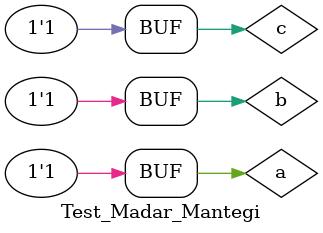
<source format=v>

module Madar_Mantegi(A, B, C, X);
    input A, B, C;
    output X;
    
    wire Q1, Q2, Q3, Q4;
    
    nor n1(Q1, A, B);
    xor x1(Q2, A, B);
    nor n2(Q3, A, C);
    and a1(Q4, Q1, Q2);
    nor n3(X, Q4, Q3);
    
endmodule

// Test Module for Madar_Mantegi
module Test_Madar_Mantegi;
    reg a, b, c;
    wire x;
    
    Madar_Mantegi MM1(.A(a), .B(b), .C(c), .X(x));
    
    initial begin
        $display("   A     B     C         X");
        $display("---------------------------------");
        $monitor("   %b  |  %b  |  %b      |  %b  |", a, b, c, x);
        
        a = 1'b0; b = 1'b0; c = 1'b0; // 000
        #5
        $display("---------------------------------");
        a = 1'b0; b = 1'b0; c = 1'b1; // 001
        #5
        $display("---------------------------------");
        a = 1'b0; b = 1'b1; c = 1'b0; // 010
        #5
        $display("---------------------------------");
        a = 1'b0; b = 1'b1; c = 1'b1; // 011
        #5
        $display("---------------------------------");
        a = 1'b1; b = 1'b0; c = 1'b0; // 100
        #5
        $display("---------------------------------");
        a = 1'b1; b = 1'b0; c = 1'b1; // 101
        #5
        $display("---------------------------------");
        a = 1'b1; b = 1'b1; c = 1'b0; // 110
        #5
        $display("---------------------------------");
        a = 1'b1; b = 1'b1; c = 1'b1; // 111
        #5
        $display("---------------------------------");
    end
endmodule
</source>
